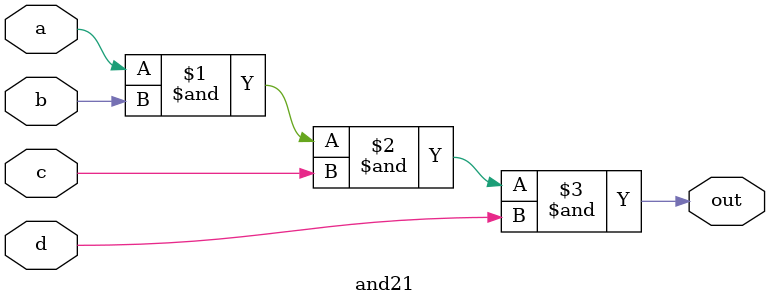
<source format=v>
module and21 (
  input a,
  input b,
  input c,
  input d,
  output out
);

  assign out = a & b & c & d; // Performs an AND operation

endmodule

</source>
